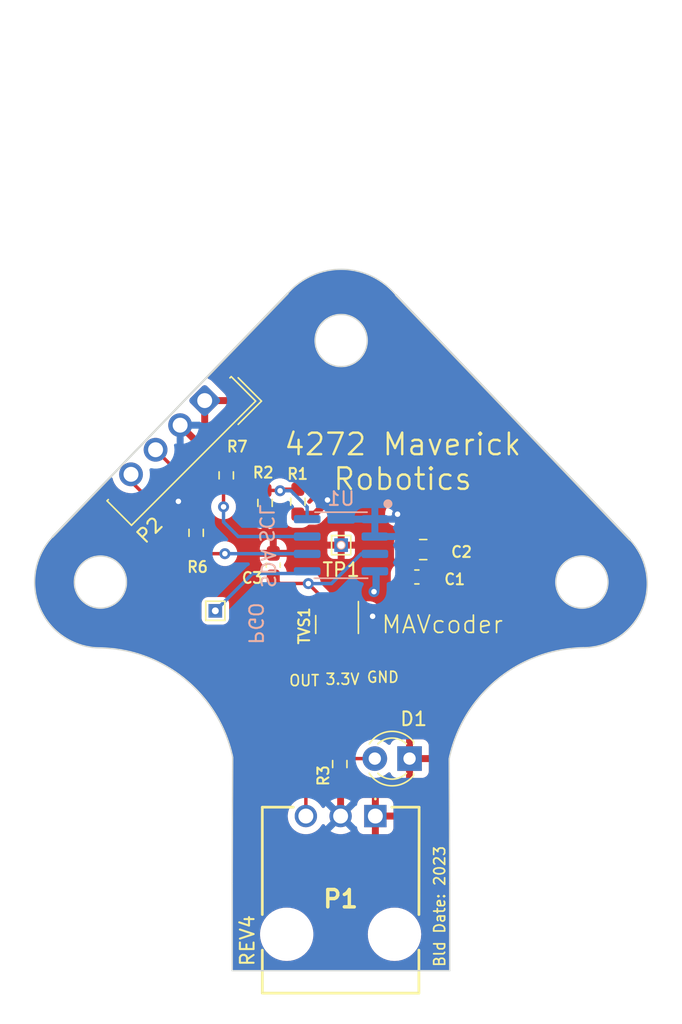
<source format=kicad_pcb>
(kicad_pcb (version 20221018) (generator pcbnew)
  (layers (0 "F.Cu" signal) (31 "B.Cu" signal) (34 "B.Paste" user) (35 "F.Paste" user) (36 "B.SilkS" user "B.Silkscreen") (37 "F.SilkS" user "F.Silkscreen") (38 "B.Mask" user) (39 "F.Mask" user) (44 "Edge.Cuts" user))
  (net 0 "")
  (net 1 "+3.3V")
  (net 2 "GND")
  (net 3 "/DIR")
  (net 4 "/SDA")
  (net 5 "/SCL")
  (net 6 "/OUT")
  (net 7 "/PGO")
  (net 8 "Net-(D1-A)")
  (footprint "Resistor_SMD:R_0603_1608Metric_Pad0.98x0.95mm_HandSolder" (layer "F.Cu") (at 144.8 75 90)
    (fp_text reference "R1" (at 2.0258 -0.02 180) (layer "F.SilkS") (effects (font (size 0.8 0.762))))
    (fp_text value "0")
    (fp_line (start -0.254724 -0.5225) (end 0.254724 -0.5225) (stroke (width 0.12)) (layer "F.SilkS"))
    (fp_line (start -0.254724 0.5225) (end 0.254724 0.5225) (stroke (width 0.12)) (layer "F.SilkS"))
    (pad "1" smd roundrect (at -0.9125 0 90) (size 0.975 0.95) (layers "F.Cu" "F.Paste" "F.Mask") (net 1 "+3.3V"))
    (pad "2" smd roundrect (at 0.9125 0 90) (size 0.975 0.95) (layers "F.Cu" "F.Paste" "F.Mask") (net 3 "/DIR"))
  )
  (footprint "Capacitor_SMD:C_0805_2012Metric_Pad1.18x1.45mm_HandSolder" (layer "F.Cu") (at 153.9625 78.5)
    (fp_text reference "C2" (at 2.8025 0.175) (layer "F.SilkS") (effects (font (size 0.8 0.762))))
    (fp_text value "10uF")
    (fp_line (start -0.261252 -0.735) (end 0.261252 -0.735) (stroke (width 0.12)) (layer "F.SilkS"))
    (fp_line (start -0.261252 0.735) (end 0.261252 0.735) (stroke (width 0.12)) (layer "F.SilkS"))
    (pad "1" smd roundrect (at -1.0375 0) (size 1.175 1.45) (layers "F.Cu" "F.Paste" "F.Mask") (roundrect_rratio 0.2127659574) (net 1 "+3.3V"))
    (pad "2" smd roundrect (at 1.0375 0) (size 1.175 1.45) (layers "F.Cu" "F.Paste" "F.Mask") (roundrect_rratio 0.2127659574) (net 2 "GND"))
  )
  (footprint "LED_THT:LED_D3.0mm" (layer "F.Cu") (at 152.965 93.775 180)
    (fp_text reference "D1" (at -0.3 2.9 180) (layer "F.SilkS"))
    (fp_text value "LED")
    (fp_line (start -0.29 -1.236) (end -0.29 -1.08) (stroke (width 0.12)) (layer "F.SilkS"))
    (fp_line (start -0.29 1.08) (end -0.29 1.236) (stroke (width 0.12)) (layer "F.SilkS"))
    (fp_arc (start -0.29 -1.235516) (mid 1.366487 -1.987659) (end 2.942335 -1.078608) (stroke (width 0.12)) (layer "F.SilkS"))
    (fp_arc (start 0.229039 -1.08) (mid 1.270117 -1.5) (end 2.31113 -1.079837) (stroke (width 0.12)) (layer "F.SilkS"))
    (fp_arc (start 2.31113 1.079837) (mid 1.270117 1.5) (end 0.229039 1.08) (stroke (width 0.12)) (layer "F.SilkS"))
    (fp_arc (start 2.942335 1.078608) (mid 1.366487 1.987659) (end -0.29 1.235516) (stroke (width 0.12)) (layer "F.SilkS"))
    (pad "1" thru_hole rect (at 0 0 180) (size 1.8 1.8) (drill 0.9) (layers "*.Cu" "*.Mask") (net 2 "GND"))
    (pad "2" thru_hole circle (at 2.54 0 180) (size 1.8 1.8) (drill 0.9) (layers "*.Cu" "*.Mask") (net 8 "Net-(D1-A)"))
  )
  (footprint "Connector_Molex:Molex_SL_171971-0004_1x04_P2.54mm_Vertical" (layer "F.Cu") (at 137.989407 67.611253 -135)
    (fp_text reference "P2" (at 9.537565 -3.846194 45) (layer "F.SilkS"))
    (fp_text value "0705430003" hide)
    (fp_line (start -2.91 -2.96) (end -0.5 -2.96) (stroke (width 0.12)) (layer "F.SilkS"))
    (fp_line (start -2.91 -0.55) (end -2.91 -2.96) (stroke (width 0.12)) (layer "F.SilkS"))
    (fp_line (start -2.61 -2.66) (end -2.61 -0.13) (stroke (width 0.12)) (layer "F.SilkS"))
    (fp_line (start -2.61 -0.13) (end -2.48 -0.13) (stroke (width 0.12)) (layer "F.SilkS"))
    (fp_line (start 10.1 -0.13) (end 10.23 -0.13) (stroke (width 0.12)) (layer "F.SilkS"))
    (fp_line (start 10.23 -2.66) (end -2.61 -2.66) (stroke (width 0.12)) (layer "F.SilkS"))
    (fp_line (start 10.23 -0.13) (end 10.23 -2.66) (stroke (width 0.12)) (layer "F.SilkS"))
    (pad "1" thru_hole roundrect (at 0 0 225) (size 1.74 1.74) (drill 1.09) (layers "*.Cu" "*.Mask") (roundrect_rratio 0.143678) (net 2 "GND"))
    (pad "2" thru_hole circle (at 2.54 0 225) (size 1.74 1.74) (drill 1.09) (layers "*.Cu" "*.Mask") (net 1 "+3.3V"))
    (pad "3" thru_hole circle (at 5.08 0 225) (size 1.74 1.74) (drill 1.09) (layers "*.Cu" "*.Mask") (net 5 "/SCL"))
    (pad "4" thru_hole circle (at 7.62 0 225) (size 1.74 1.74) (drill 1.09) (layers "*.Cu" "*.Mask") (net 4 "/SDA"))
  )
  (footprint "Package_TO_SOT_SMD:SOT-23" (layer "F.Cu") (at 147.665 83.975 -90)
    (fp_text reference "TVS1" (at 0.1 2.4 90) (layer "F.SilkS") (effects (font (size 0.8 0.762))))
    (fp_text value "SP0502BAHT")
    (fp_line (start 0 -1.56) (end -1.675 -1.56) (stroke (width 0.12)) (layer "F.SilkS"))
    (fp_line (start 0 -1.56) (end 0.65 -1.56) (stroke (width 0.12)) (layer "F.SilkS"))
    (fp_line (start 0 1.56) (end -0.65 1.56) (stroke (width 0.12)) (layer "F.SilkS"))
    (fp_line (start 0 1.56) (end 0.65 1.56) (stroke (width 0.12)) (layer "F.SilkS"))
    (pad "1" smd roundrect (at -0.9375 -0.95 270) (size 1.475 0.6) (layers "F.Cu" "F.Paste" "F.Mask") (net 1 "+3.3V"))
    (pad "2" smd roundrect (at -0.9375 0.95 270) (size 1.475 0.6) (layers "F.Cu" "F.Paste" "F.Mask") (net 6 "/OUT"))
    (pad "3" smd roundrect (at 0.9375 0 270) (size 1.475 0.6) (layers "F.Cu" "F.Paste" "F.Mask") (net 2 "GND"))
  )
  (footprint "Resistor_SMD:R_0603_1608Metric_Pad0.98x0.95mm_HandSolder" (layer "F.Cu") (at 139.565 73.075 90)
    (fp_text reference "R7" (at 2.1 0.8) (layer "F.SilkS") (effects (font (size 0.8 0.762))))
    (fp_text value "100K")
    (fp_line (start -0.254724 -0.5225) (end 0.254724 -0.5225) (stroke (width 0.12)) (layer "F.SilkS"))
    (fp_line (start -0.254724 0.5225) (end 0.254724 0.5225) (stroke (width 0.12)) (layer "F.SilkS"))
    (pad "1" smd roundrect (at -0.9125 0 90) (size 0.975 0.95) (layers "F.Cu" "F.Paste" "F.Mask") (net 5 "/SCL"))
    (pad "2" smd roundrect (at 0.9125 0 90) (size 0.975 0.95) (layers "F.Cu" "F.Paste" "F.Mask") (net 1 "+3.3V"))
  )
  (footprint "Resistor_SMD:R_0603_1608Metric_Pad0.98x0.95mm_HandSolder" (layer "F.Cu") (at 147.865 94.175 90)
    (fp_text reference "R3" (at -0.849988 -1.199988 90) (layer "F.SilkS") (effects (font (size 0.8 0.762))))
    (fp_text value "137")
    (fp_line (start -0.254724 -0.5225) (end 0.254724 -0.5225) (stroke (width 0.12)) (layer "F.SilkS"))
    (fp_line (start -0.254724 0.5225) (end 0.254724 0.5225) (stroke (width 0.12)) (layer "F.SilkS"))
    (pad "1" smd roundrect (at -0.9125 0 90) (size 0.975 0.95) (layers "F.Cu" "F.Paste" "F.Mask") (net 1 "+3.3V"))
    (pad "2" smd roundrect (at 0.9125 0 90) (size 0.975 0.95) (layers "F.Cu" "F.Paste" "F.Mask") (net 8 "Net-(D1-A)"))
  )
  (footprint "TestPoint:TestPoint_THTPad_1.0x1.0mm_Drill0.5mm" (layer "F.Cu") (at 138.765 82.975)
    (fp_text reference "TP3" hide)
    (fp_text value "TestPoint")
    (fp_line (start -0.7 -0.7) (end 0.7 -0.7) (stroke (width 0.12)) (layer "F.SilkS"))
    (fp_line (start -0.7 0.7) (end -0.7 -0.7) (stroke (width 0.12)) (layer "F.SilkS"))
    (fp_line (start 0.7 -0.7) (end 0.7 0.7) (stroke (width 0.12)) (layer "F.SilkS"))
    (fp_line (start 0.7 0.7) (end -0.7 0.7) (stroke (width 0.12)) (layer "F.SilkS"))
    (pad "1" thru_hole rect (at 0 0) (size 1 1) (drill 0.5) (layers "*.Cu" "*.Mask") (net 7 "/PGO"))
  )
  (footprint "Library Loader:705550037" (layer "F.Cu") (at 150.465 97.975)
    (fp_text reference "P1" (at -2.54 6.061) (layer "F.SilkS") (effects (font (size 1.27 1.27) (thickness 0.254))))
    (fp_text value "15-91-7030" hide)
    (fp_line (start -8.265 -0.65) (end -6 -0.65) (stroke (width 0.2)) (layer "F.SilkS"))
    (fp_line (start -8.265 7.2) (end -8.265 -0.65) (stroke (width 0.2)) (layer "F.SilkS"))
    (fp_line (start -8.265 12.94) (end -8.265 9.8) (stroke (width 0.2)) (layer "F.SilkS"))
    (fp_line (start 0 -1.3) (end 0 -1.3) (stroke (width 0.1)) (layer "F.SilkS"))
    (fp_line (start 0 -1.2) (end 0 -1.2) (stroke (width 0.1)) (layer "F.SilkS"))
    (fp_line (start 1.2 -0.65) (end 3.2 -0.65) (stroke (width 0.2)) (layer "F.SilkS"))
    (fp_line (start 3.185 9.8) (end 3.185 12.94) (stroke (width 0.2)) (layer "F.SilkS"))
    (fp_line (start 3.185 12.94) (end -8.265 12.94) (stroke (width 0.2)) (layer "F.SilkS"))
    (fp_line (start 3.2 -0.65) (end 3.185 7.2) (stroke (width 0.2)) (layer "F.SilkS"))
    (fp_arc (start 0 -1.3) (mid 0.05 -1.25) (end 0 -1.2) (stroke (width 0.1)) (layer "F.SilkS"))
    (fp_arc (start 0 -1.2) (mid -0.05 -1.25) (end 0 -1.3) (stroke (width 0.1)) (layer "F.SilkS"))
    (pad "" np_thru_hole circle (at -6.48 8.64) (size 0.001 0.001) (drill 3.4) (layers "*.Cu" "*.Mask"))
    (pad "" np_thru_hole circle (at 1.4 8.64) (size 0.001 0.001) (drill 3.4) (layers "*.Cu" "*.Mask"))
    (pad "1" thru_hole rect (at 0 0) (size 1.635 1.635) (drill 1.09) (layers "*.Cu" "*.Mask") (net 2 "GND"))
    (pad "2" thru_hole circle (at -2.54 0) (size 1.635 1.635) (drill 1.09) (layers "*.Cu" "*.Mask") (net 1 "+3.3V"))
    (pad "3" thru_hole circle (at -5.08 0) (size 1.635 1.635) (drill 1.09) (layers "*.Cu" "*.Mask") (net 6 "/OUT"))
  )
  (footprint "Capacitor_SMD:C_0603_1608Metric_Pad1.08x0.95mm_HandSolder" (layer "F.Cu") (at 143 79.6375 90)
    (fp_text reference "C3" (at -0.9375 -1.535 180) (layer "F.SilkS") (effects (font (size 0.8 0.762))))
    (fp_text value "56pF")
    (fp_line (start -0.146267 -0.51) (end 0.146267 -0.51) (stroke (width 0.12)) (layer "F.SilkS"))
    (fp_line (start -0.146267 0.51) (end 0.146267 0.51) (stroke (width 0.12)) (layer "F.SilkS"))
    (pad "1" smd roundrect (at -0.8625 0 90) (size 1.075 0.95) (layers "F.Cu" "F.Paste" "F.Mask") (net 6 "/OUT"))
    (pad "2" smd roundrect (at 0.8625 0 90) (size 1.075 0.95) (layers "F.Cu" "F.Paste" "F.Mask") (net 2 "GND"))
  )
  (footprint "Resistor_SMD:R_0603_1608Metric_Pad0.98x0.95mm_HandSolder" (layer "F.Cu") (at 137.365 77.275 90)
    (fp_text reference "R6" (at -2.5 0.1 180) (layer "F.SilkS") (effects (font (size 0.8 0.762))))
    (fp_text value "100K")
    (fp_line (start -0.254724 -0.5225) (end 0.254724 -0.5225) (stroke (width 0.12)) (layer "F.SilkS"))
    (fp_line (start -0.254724 0.5225) (end 0.254724 0.5225) (stroke (width 0.12)) (layer "F.SilkS"))
    (pad "1" smd roundrect (at -0.9125 0 90) (size 0.975 0.95) (layers "F.Cu" "F.Paste" "F.Mask") (net 4 "/SDA"))
    (pad "2" smd roundrect (at 0.9125 0 90) (size 0.975 0.95) (layers "F.Cu" "F.Paste" "F.Mask") (net 1 "+3.3V"))
  )
  (footprint "TestPoint:TestPoint_THTPad_1.0x1.0mm_Drill0.5mm" (layer "F.Cu") (at 147.965 78.175)
    (fp_text reference "TP1" (at 0 1.8) (layer "F.SilkS"))
    (fp_text value "TestPoint")
    (fp_line (start -0.7 -0.7) (end 0.7 -0.7) (stroke (width 0.12)) (layer "F.SilkS"))
    (fp_line (start -0.7 0.7) (end -0.7 -0.7) (stroke (width 0.12)) (layer "F.SilkS"))
    (fp_line (start 0.7 -0.7) (end 0.7 0.7) (stroke (width 0.12)) (layer "F.SilkS"))
    (fp_line (start 0.7 0.7) (end -0.7 0.7) (stroke (width 0.12)) (layer "F.SilkS"))
    (pad "1" thru_hole rect (at 0 0) (size 1 1) (drill 0.5) (layers "*.Cu" "F.Mask") (net 2 "GND"))
  )
  (footprint "Resistor_SMD:R_0603_1608Metric_Pad0.98x0.95mm_HandSolder" (layer "F.Cu") (at 142.4 75.0875 -90)
    (fp_text reference "R2" (at -2.2125 0.135 180) (layer "F.SilkS") (effects (font (size 0.8 0.762))))
    (fp_text value "0")
    (fp_line (start -0.254724 -0.5225) (end 0.254724 -0.5225) (stroke (width 0.12)) (layer "F.SilkS"))
    (fp_line (start -0.254724 0.5225) (end 0.254724 0.5225) (stroke (width 0.12)) (layer "F.SilkS"))
    (pad "1" smd roundrect (at -0.9125 0 270) (size 0.975 0.95) (layers "F.Cu" "F.Paste" "F.Mask") (net 3 "/DIR"))
    (pad "2" smd roundrect (at 0.9125 0 270) (size 0.975 0.95) (layers "F.Cu" "F.Paste" "F.Mask") (net 2 "GND"))
  )
  (footprint "Capacitor_SMD:C_0603_1608Metric_Pad1.08x0.95mm_HandSolder" (layer "F.Cu") (at 153.5 80.5)
    (fp_text reference "C1" (at 2.765 0.175) (layer "F.SilkS") (effects (font (size 0.8 0.762))))
    (fp_text value "100nF")
    (fp_line (start -0.146267 -0.51) (end 0.146267 -0.51) (stroke (width 0.12)) (layer "F.SilkS"))
    (fp_line (start -0.146267 0.51) (end 0.146267 0.51) (stroke (width 0.12)) (layer "F.SilkS"))
    (pad "1" smd roundrect (at -0.8625 0) (size 1.075 0.95) (layers "F.Cu" "F.Paste" "F.Mask") (net 1 "+3.3V"))
    (pad "2" smd roundrect (at 0.8625 0) (size 1.075 0.95) (layers "F.Cu" "F.Paste" "F.Mask") (net 2 "GND"))
  )
  (footprint "Package_SO:SOIC-8_3.9x4.9mm_P1.27mm" (layer "B.Cu") (at 147.955 78.1812 180)
    (fp_text reference "U1" (at 0 3.4) (layer "B.SilkS") (effects (justify mirror)))
    (fp_text value "AS5600-ASOM")
    (fp_line (start 0 -2.413) (end -1.95 -2.413) (stroke (width 0.12)) (layer "B.SilkS"))
    (fp_line (start 0 -2.413) (end 1.95 -2.413) (stroke (width 0.12)) (layer "B.SilkS"))
    (fp_line (start 1.905 2.413) (end -1.905 2.413) (stroke (width 0.12)) (layer "B.SilkS"))
    (pad "1" smd roundrect (at -2.475 1.905 180) (size 1.95 0.6) (layers "B.Cu" "B.Paste" "B.Mask") (net 1 "+3.3V"))
    (pad "2" smd roundrect (at -2.475 0.635 180) (size 1.95 0.6) (layers "B.Cu" "B.Paste" "B.Mask") (net 1 "+3.3V"))
    (pad "3" smd roundrect (at -2.475 -0.635 180) (size 1.95 0.6) (layers "B.Cu" "B.Paste" "B.Mask") (net 6 "/OUT"))
    (pad "4" smd roundrect (at -2.475 -1.905 180) (size 1.95 0.6) (layers "B.Cu" "B.Paste" "B.Mask") (net 2 "GND"))
    (pad "5" smd roundrect (at 2.475 -1.905 180) (size 1.95 0.6) (layers "B.Cu" "B.Paste" "B.Mask") (net 7 "/PGO"))
    (pad "6" smd roundrect (at 2.475 -0.635 180) (size 1.95 0.6) (layers "B.Cu" "B.Paste" "B.Mask") (net 4 "/SDA"))
    (pad "7" smd roundrect (at 2.475 0.635 180) (size 1.95 0.6) (layers "B.Cu" "B.Paste" "B.Mask") (net 5 "/SCL"))
    (pad "8" smd roundrect (at 2.475 1.905 180) (size 1.95 0.6) (layers "B.Cu" "B.Paste" "B.Mask") (net 3 "/DIR"))
  )
  (gr_circle (center 151.384 75.1586) (end 151.638951 75.1586) (stroke (width 0.15)) (fill solid) (layer "B.SilkS"))
  (gr_circle (center 147.965 78.175) (end 148.219 78.175) (stroke (width 0.15)) (fill none) (layer "B.SilkS"))
  (gr_line (start 140.036925 93.680955) (end 140 102.9) (stroke (width 0.1)) (layer "Edge.Cuts"))
  (gr_line (start 140 102.9) (end 140 109.275) (stroke (width 0.1)) (layer "Edge.Cuts"))
  (gr_line (start 155.865001 93.775) (end 155.9 102.9) (stroke (width 0.1)) (layer "Edge.Cuts"))
  (gr_line (start 155.9 102.9) (end 155.9 109.275) (stroke (width 0.1)) (layer "Edge.Cuts"))
  (gr_arc (start 130.365 85.685405) (mid 125.948308 82.780999) (end 126.865 77.575) (stroke (width 0.1)) (layer "Edge.Cuts"))
  (gr_line (start 144.065 59.775) (end 126.865 77.575) (stroke (width 0.1508)) (layer "Edge.Cuts"))
  (gr_circle (center 147.965 63.2206) (end 149.87 63.2206) (stroke (width 0.1)) (fill none) (layer "Edge.Cuts"))
  (gr_circle (center 130.365 80.875) (end 132.27 80.875) (stroke (width 0.1)) (fill none) (layer "Edge.Cuts"))
  (gr_arc (start 155.865001 93.775) (mid 159.350642 88.0149) (end 165.662504 85.672072) (stroke (width 0.1)) (layer "Edge.Cuts"))
  (gr_line (start 140 109.275) (end 155.9 109.275) (stroke (width 0.1)) (layer "Edge.Cuts"))
  (gr_line (start 151.965081 59.891711) (end 169.070462 77.780923) (stroke (width 0.1508)) (layer "Edge.Cuts"))
  (gr_arc (start 144.065 59.775) (mid 148.041873 58.017116) (end 151.965081 59.891711) (stroke (width 0.1)) (layer "Edge.Cuts"))
  (gr_arc (start 130.365 85.685405) (mid 136.594862 87.997031) (end 140.036925 93.680955) (stroke (width 0.1)) (layer "Edge.Cuts"))
  (gr_circle (center 165.565 80.875) (end 167.47 80.875) (stroke (width 0.1)) (fill none) (layer "Edge.Cuts"))
  (gr_arc (start 169.070462 77.780923) (mid 169.961862 82.847366) (end 165.662504 85.672071) (stroke (width 0.1)) (layer "Edge.Cuts"))
  (gr_text "SCL\n" (at 142.5 76.6 270) (layer "B.SilkS") (effects (font (size 1 1)) (justify mirror)))
  (gr_text "PGO" (at 141.7 83.9 -90) (layer "B.SilkS") (effects (font (size 1 1)) (justify mirror)))
  (gr_text "SDA" (at 142.6 79.9 -90) (layer "B.SilkS") (effects (font (size 1 1)) (justify mirror)))
  (gr_text "MAVcoder" (at 155.365 83.975) (layer "F.SilkS") (effects (font (size 1.27 1.27) (thickness 0.125))))
  (gr_text "4272 Maverick\nRobotics" (at 152.465 72.075) (layer "F.SilkS") (effects (font (size 1.5748 1.5748) (thickness 0.1762) bold)))
  (gr_text "GND" (at 151.013 87.827) (layer "F.SilkS") (effects (font (size 0.8 0.762) (thickness 0.125))))
  (gr_text "3.3V" (at 148.065 87.975) (layer "F.SilkS") (effects (font (size 0.8 0.762) (thickness 0.125))))
  (gr_text "OUT" (at 145.265 88.075) (layer "F.SilkS") (effects (font (size 0.8 0.762) (thickness 0.125))))
  (gr_text "REV4\n" (at 141.107 107.075 90) (layer "F.SilkS") (effects (font (size 1 1))))
  (gr_text "Bld Date: 2023" (at 155.165 104.575 90) (layer "F.SilkS") (effects (font (size 0.8 0.762) (thickness 0.125))))
  (segment (start 150.0275 83.0375) (end 150.265 83.275) (width 0.5) (layer "F.Cu") (net 1))
  (segment (start 147.065 74.875) (end 146.965 74.975) (width 0.25) (layer "F.Cu") (net 1))
  (segment (start 146.0275 75.9125) (end 146.965 74.975) (width 0.504) (layer "F.Cu") (net 1))
  (segment (start 146.965 74.875) (end 147.065 74.875) (width 0.25) (layer "F.Cu") (net 1))
  (segment (start 150.265 83.275) (end 150.265 83.375) (width 0.5) (layer "F.Cu") (net 1))
  (segment (start 144.8 75.9125) (end 146.0275 75.9125) (width 0.504) (layer "F.Cu") (net 1))
  (segment (start 152.6375 78.7875) (end 152.925 78.5) (width 0.5) (layer "F.Cu") (net 1))
  (segment (start 152.6375 80.5) (end 152.6375 78.7875) (width 0.5) (layer "F.Cu") (net 1))
  (segment (start 138.948552 72.1625) (end 136.193356 69.407304) (width 0.504) (layer "F.Cu") (net 1))
  (segment (start 137.365 76.3625) (end 137.365 76.275) (width 0.504) (layer "F.Cu") (net 1))
  (segment (start 148.615 83.0375) (end 150.0275 83.0375) (width 0.5) (layer "F.Cu") (net 1))
  (segment (start 137.365 76.275) (end 136.065 74.975) (width 0.504) (layer "F.Cu") (net 1))
  (segment (start 147.925 95.1475) (end 147.865 95.0875) (width 0.5) (layer "F.Cu") (net 1))
  (segment (start 152.925 76.75) (end 152.925 78.5) (width 0.5) (layer "F.Cu") (net 1))
  (segment (start 147.925 97.975) (end 147.925 95.1475) (width 0.5) (layer "F.Cu") (net 1))
  (segment (start 150.365 83.375) (end 150.265 83.275) (width 0.5) (layer "F.Cu") (net 1))
  (segment (start 139.565 72.1625) (end 138.948552 72.1625) (width 0.25) (layer "F.Cu") (net 1))
  (segment (start 150.265 83.375) (end 150.365 83.375) (width 0.5) (layer "F.Cu") (net 1))
  (segment (start 152.0875 75.9125) (end 152.925 76.75) (width 0.5) (layer "F.Cu") (net 1))
  (segment (start 146.965 74.975) (end 146.965 74.875) (width 0.25) (layer "F.Cu") (net 1))
  (via (at 146.965 74.875) (size 0.8) (drill 0.4) (layers "F.Cu" "B.Cu") (net 1))
  (via (at 150.265 83.375) (size 0.8) (drill 0.4) (layers "F.Cu" "B.Cu") (net 1))
  (via (at 136.065 74.975) (size 0.8) (drill 0.4) (layers "F.Cu" "B.Cu") (net 1))
  (via (at 152.0875 75.9125) (size 0.8) (drill 0.4) (layers "F.Cu" "B.Cu") (net 1))
  (segment (start 151.7238 76.2762) (end 152.0875 75.9125) (width 0.508) (layer "B.Cu") (net 1))
  (segment (start 150.43 76.2762) (end 151.7238 76.2762) (width 0.508) (layer "B.Cu") (net 1))
  (segment (start 150.43 77.5462) (end 150.43 76.2762) (width 0.508) (layer "B.Cu") (net 1))
  (via (at 150.365 81.575) (size 0.8) (drill 0.4) (layers "F.Cu" "B.Cu") (net 2))
  (segment (start 150.365 81.575) (end 150.5188 81.4212) (width 0.25) (layer "B.Cu") (net 2))
  (segment (start 150.5188 81.4212) (end 150.5188 80.175) (width 0.5294) (layer "B.Cu") (net 2))
  (segment (start 150.5188 80.175) (end 150.43 80.0862) (width 0.25) (layer "B.Cu") (net 2))
  (segment (start 143.475 74.175) (end 142.4 74.175) (width 0.25) (layer "F.Cu") (net 3))
  (segment (start 143.5 74.2) (end 143.6125 74.0875) (width 0.25) (layer "F.Cu") (net 3))
  (segment (start 143.5 74.2) (end 143.475 74.175) (width 0.25) (layer "F.Cu") (net 3))
  (segment (start 143.6125 74.0875) (end 144.5 74.0875) (width 0.25) (layer "F.Cu") (net 3))
  (via (at 143.5 74.2) (size 0.8) (drill 0.4) (layers "F.Cu" "B.Cu") (net 3))
  (segment (start 145.48 75.39) (end 144.29 74.2) (width 0.25) (layer "B.Cu") (net 3))
  (segment (start 145.48 76.2762) (end 145.48 75.39) (width 0.25) (layer "B.Cu") (net 3))
  (segment (start 144.29 74.2) (end 143.5 74.2) (width 0.25) (layer "B.Cu") (net 3))
  (segment (start 139.465 78.8) (end 137.89 78.8) (width 0.25) (layer "F.Cu") (net 4))
  (segment (start 132.601253 73.511253) (end 132.601253 72.999407) (width 0.25) (layer "F.Cu") (net 4))
  (segment (start 137.89 78.8) (end 132.601253 73.511253) (width 0.25) (layer "F.Cu") (net 4))
  (via (at 139.465 78.8) (size 0.8) (drill 0.4) (layers "F.Cu" "B.Cu") (net 4))
  (segment (start 145.4638 78.8) (end 145.48 78.8162) (width 0.25) (layer "B.Cu") (net 4))
  (segment (start 139.465 78.8) (end 145.4638 78.8) (width 0.25) (layer "B.Cu") (net 4))
  (segment (start 139.565 73.9875) (end 137.18145 73.9875) (width 0.25) (layer "F.Cu") (net 5))
  (segment (start 139.365 75.375) (end 139.365 74.1875) (width 0.25) (layer "F.Cu") (net 5))
  (segment (start 137.18145 73.9875) (end 134.397305 71.203355) (width 0.25) (layer "F.Cu") (net 5))
  (segment (start 139.365 74.1875) (end 139.565 73.9875) (width 0.25) (layer "F.Cu") (net 5))
  (via (at 139.365 75.375) (size 0.8) (drill 0.4) (layers "F.Cu" "B.Cu") (net 5))
  (segment (start 140.4362 77.5462) (end 145.48 77.5462) (width 0.25) (layer "B.Cu") (net 5))
  (segment (start 139.365 76.475) (end 140.4362 77.5462) (width 0.25) (layer "B.Cu") (net 5))
  (segment (start 139.365 75.375) (end 139.365 76.475) (width 0.25) (layer "B.Cu") (net 5))
  (segment (start 145.565 80.9857) (end 145.5543 80.975) (width 0.25) (layer "F.Cu") (net 6))
  (segment (start 146.715 83.0375) (end 146.715 82.425) (width 0.25) (layer "F.Cu") (net 6))
  (segment (start 146.715 82.1357) (end 146.715 83.0375) (width 0.25) (layer "F.Cu") (net 6))
  (segment (start 146.715 88.505) (end 145.385 89.835) (width 0.25) (layer "F.Cu") (net 6))
  (segment (start 145.385 89.835) (end 145.385 97.975) (width 0.25) (layer "F.Cu") (net 6))
  (segment (start 145.565 80.9857) (end 146.715 82.1357) (width 0.25) (layer "F.Cu") (net 6))
  (segment (start 143.475 80.975) (end 143 80.5) (width 0.25) (layer "F.Cu") (net 6))
  (segment (start 146.715 83.0375) (end 146.715 88.505) (width 0.25) (layer "F.Cu") (net 6))
  (segment (start 145.5543 80.975) (end 143.475 80.975) (width 0.25) (layer "F.Cu") (net 6))
  (via (at 145.565 80.9857) (size 0.8) (drill 0.4) (layers "F.Cu" "B.Cu") (net 6))
  (segment (start 145.565 80.9857) (end 147.2543 80.9857) (width 0.25) (layer "B.Cu") (net 6))
  (segment (start 149.4238 78.8162) (end 150.43 78.8162) (width 0.25) (layer "B.Cu") (net 6))
  (segment (start 147.2543 80.9857) (end 149.4238 78.8162) (width 0.25) (layer "B.Cu") (net 6))
  (segment (start 145.48 80.0862) (end 145.3167 80.2495) (width 0.25) (layer "B.Cu") (net 7))
  (segment (start 145.3167 80.2495) (end 141.4905 80.2495) (width 0.25) (layer "B.Cu") (net 7))
  (segment (start 141.4905 80.2495) (end 138.765 82.975) (width 0.25) (layer "B.Cu") (net 7))
  (segment (start 148.3775 93.775) (end 147.865 93.2625) (width 0.25) (layer "F.Cu") (net 8))
  (segment (start 150.425 93.775) (end 148.3775 93.775) (width 0.25) (layer "F.Cu") (net 8))
  (zone (net 2) (net_name "GND") (layer "F.Cu") (connect_pads (clearance 0.508)) (min_thickness 0.254) (fill yes (thermal_gap 0.508) (thermal_bridge_width 0.508))
    (polygon (pts (xy 172.365 113.175) (xy 125.165 112.775) (xy 124.865 57.375) (xy 171.065 57.375)))
  )
  (zone (net 0) (net_name "") (layer "B.Cu") (connect_pads (clearance 0)) (min_thickness 0.254)
    (keepout (tracks allowed) (vias allowed) (pads allowed) (copperpour not_allowed) (footprints allowed))
    (fill (thermal_gap 0.508) (thermal_bridge_width 0.508))
    (polygon (pts (xy 151.2 80) (xy 144.8 79.8) (xy 144.8 76.6) (xy 151.2 76.6)))
  )
  (zone (net 1) (net_name "+3.3V") (layer "B.Cu") (connect_pads (clearance 0.508)) (min_thickness 0.254) (fill yes (thermal_gap 0.508) (thermal_bridge_width 0.508))
    (polygon (pts (xy 172.265 113.175) (xy 124.965 112.675) (xy 124.965 57.275) (xy 171.365 57.375)))
  )
)
</source>
